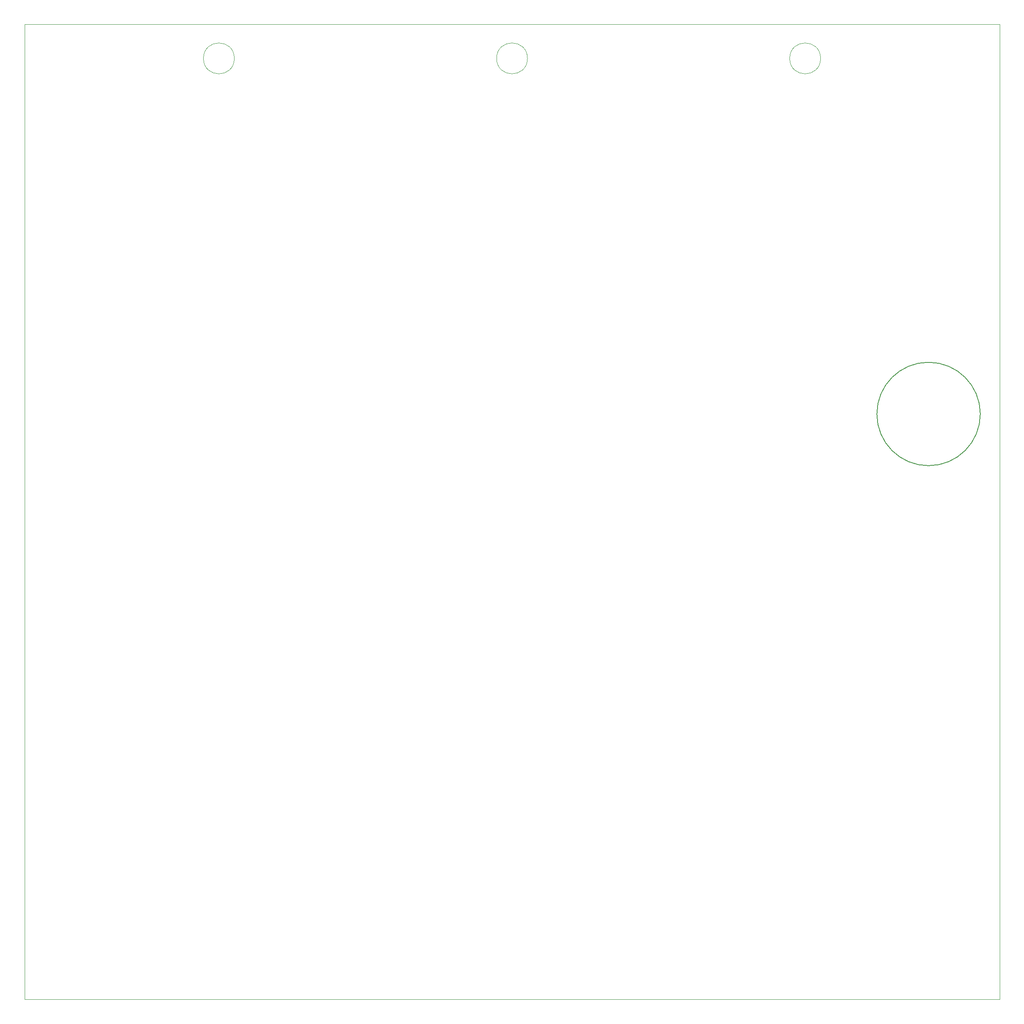
<source format=gbr>
%TF.GenerationSoftware,KiCad,Pcbnew,5.1.6-c6e7f7d~87~ubuntu18.04.1*%
%TF.CreationDate,2020-08-30T13:02:08+02:00*%
%TF.ProjectId,Elektronik,456c656b-7472-46f6-9e69-6b2e6b696361,rev?*%
%TF.SameCoordinates,Original*%
%TF.FileFunction,Profile,NP*%
%FSLAX46Y46*%
G04 Gerber Fmt 4.6, Leading zero omitted, Abs format (unit mm)*
G04 Created by KiCad (PCBNEW 5.1.6-c6e7f7d~87~ubuntu18.04.1) date 2020-08-30 13:02:08*
%MOMM*%
%LPD*%
G01*
G04 APERTURE LIST*
%TA.AperFunction,Profile*%
%ADD10C,0.050000*%
%TD*%
%TA.AperFunction,Profile*%
%ADD11C,0.150000*%
%TD*%
G04 APERTURE END LIST*
D10*
X136525000Y-25400000D02*
G75*
G03*
X136525000Y-25400000I-3175000J0D01*
G01*
X196850000Y-25400000D02*
G75*
G03*
X196850000Y-25400000I-3175000J0D01*
G01*
X76200000Y-25400000D02*
G75*
G03*
X76200000Y-25400000I-3175000J0D01*
G01*
D11*
X229719540Y-98575460D02*
G75*
G03*
X229719540Y-98575460I-10644540J0D01*
G01*
D10*
X233680000Y-18415000D02*
X233680000Y-219075000D01*
X33020000Y-18415000D02*
X233680000Y-18415000D01*
X33020000Y-219075000D02*
X33020000Y-18415000D01*
X233680000Y-219075000D02*
X33020000Y-219075000D01*
M02*

</source>
